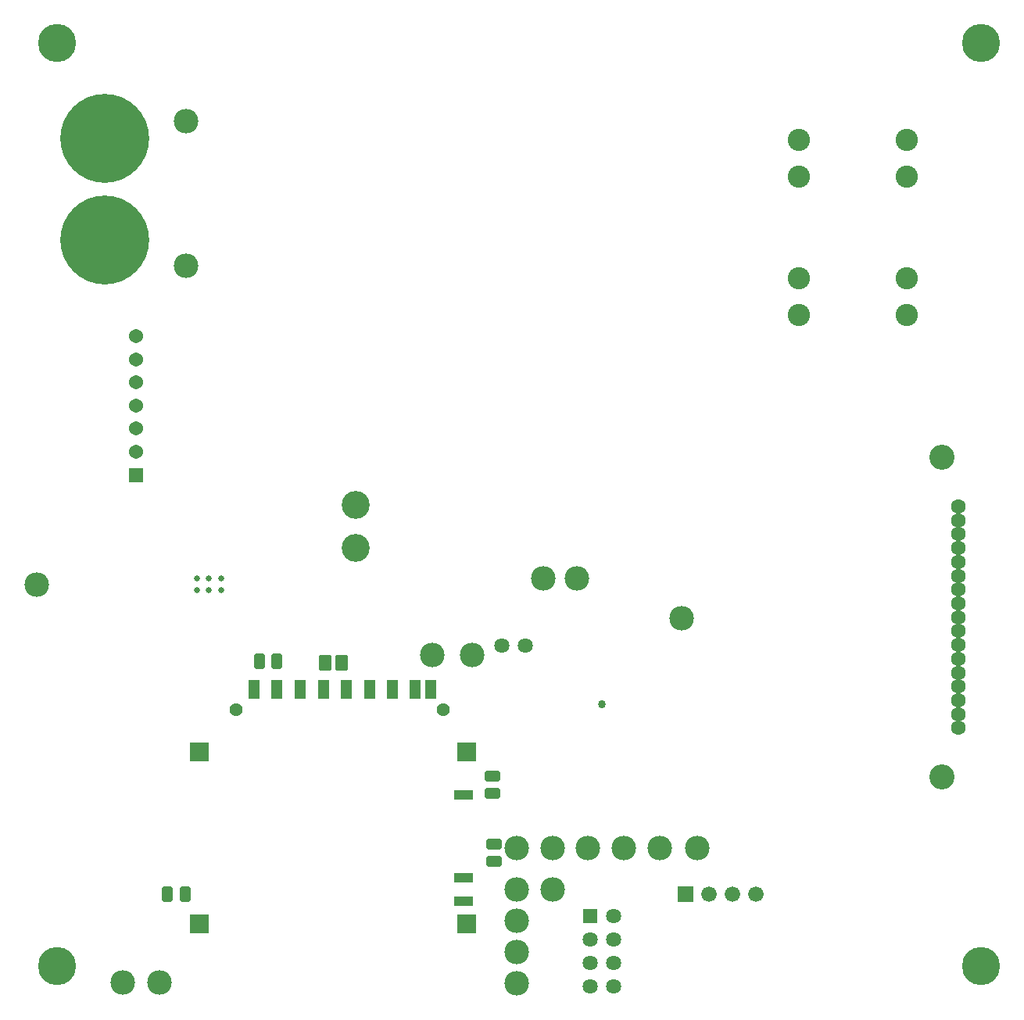
<source format=gbs>
G04*
G04 #@! TF.GenerationSoftware,Altium Limited,Altium Designer,20.0.14 (345)*
G04*
G04 Layer_Color=16711935*
%FSLAX25Y25*%
%MOIN*%
G70*
G01*
G75*
G04:AMPARAMS|DCode=67|XSize=46.34mil|YSize=64.06mil|CornerRadius=6.63mil|HoleSize=0mil|Usage=FLASHONLY|Rotation=180.000|XOffset=0mil|YOffset=0mil|HoleType=Round|Shape=RoundedRectangle|*
%AMROUNDEDRECTD67*
21,1,0.04634,0.05079,0,0,180.0*
21,1,0.03307,0.06406,0,0,180.0*
1,1,0.01327,-0.01654,0.02539*
1,1,0.01327,0.01654,0.02539*
1,1,0.01327,0.01654,-0.02539*
1,1,0.01327,-0.01654,-0.02539*
%
%ADD67ROUNDEDRECTD67*%
G04:AMPARAMS|DCode=69|XSize=46.34mil|YSize=64.06mil|CornerRadius=6.63mil|HoleSize=0mil|Usage=FLASHONLY|Rotation=90.000|XOffset=0mil|YOffset=0mil|HoleType=Round|Shape=RoundedRectangle|*
%AMROUNDEDRECTD69*
21,1,0.04634,0.05079,0,0,90.0*
21,1,0.03307,0.06406,0,0,90.0*
1,1,0.01327,0.02539,0.01654*
1,1,0.01327,0.02539,-0.01654*
1,1,0.01327,-0.02539,-0.01654*
1,1,0.01327,-0.02539,0.01654*
%
%ADD69ROUNDEDRECTD69*%
G04:AMPARAMS|DCode=76|XSize=54.21mil|YSize=67.99mil|CornerRadius=7.42mil|HoleSize=0mil|Usage=FLASHONLY|Rotation=180.000|XOffset=0mil|YOffset=0mil|HoleType=Round|Shape=RoundedRectangle|*
%AMROUNDEDRECTD76*
21,1,0.05421,0.05315,0,0,180.0*
21,1,0.03937,0.06799,0,0,180.0*
1,1,0.01484,-0.01968,0.02657*
1,1,0.01484,0.01968,0.02657*
1,1,0.01484,0.01968,-0.02657*
1,1,0.01484,-0.01968,-0.02657*
%
%ADD76ROUNDEDRECTD76*%
%ADD95C,0.03400*%
%ADD96C,0.11935*%
%ADD97C,0.10694*%
%ADD98C,0.06324*%
%ADD99C,0.06602*%
%ADD100R,0.06602X0.06602*%
%ADD101C,0.10500*%
%ADD102C,0.05618*%
%ADD103C,0.09500*%
%ADD104R,0.06043X0.06043*%
%ADD105C,0.06043*%
%ADD106C,0.06406*%
%ADD107C,0.16248*%
%ADD108R,0.06406X0.06406*%
%ADD109C,0.37902*%
%ADD110C,0.02480*%
%ADD135R,0.04831X0.08374*%
%ADD136R,0.08374X0.04437*%
%ADD137R,0.08374X0.08374*%
D67*
X54420Y30800D02*
D03*
X46900D02*
D03*
X93550Y129970D02*
D03*
X86030D02*
D03*
D69*
X186080Y44620D02*
D03*
Y52140D02*
D03*
X185550Y81180D02*
D03*
Y73660D02*
D03*
D76*
X121304Y129450D02*
D03*
X114256D02*
D03*
D95*
X232191Y111620D02*
D03*
D96*
X127265Y196697D02*
D03*
Y178587D02*
D03*
D97*
X377181Y216948D02*
D03*
Y80728D02*
D03*
D98*
X384268Y196082D02*
D03*
Y190177D02*
D03*
Y184271D02*
D03*
Y178366D02*
D03*
Y172460D02*
D03*
Y166555D02*
D03*
Y160649D02*
D03*
Y154744D02*
D03*
Y148838D02*
D03*
Y142933D02*
D03*
Y137027D02*
D03*
Y131122D02*
D03*
Y125216D02*
D03*
Y119311D02*
D03*
Y113405D02*
D03*
Y107500D02*
D03*
Y101594D02*
D03*
D99*
X297800Y30700D02*
D03*
X287800D02*
D03*
X277800D02*
D03*
D100*
X267800D02*
D03*
D101*
X195780Y19300D02*
D03*
X-8825Y162700D02*
D03*
X159990Y132800D02*
D03*
X43400Y-6800D02*
D03*
X27700D02*
D03*
X195700Y32600D02*
D03*
X211300D02*
D03*
X176700Y132800D02*
D03*
X221434Y165582D02*
D03*
X207334D02*
D03*
X55000Y298630D02*
D03*
X226297Y50300D02*
D03*
X241545D02*
D03*
X256794D02*
D03*
X273000D02*
D03*
X266210Y148390D02*
D03*
X55000Y360400D02*
D03*
X211048Y50300D02*
D03*
X195700Y-7300D02*
D03*
Y6000D02*
D03*
X195800Y50300D02*
D03*
D102*
X164443Y109310D02*
D03*
X76254D02*
D03*
D103*
X362217Y293393D02*
D03*
X316217Y336700D02*
D03*
Y293393D02*
D03*
Y277645D02*
D03*
X362217D02*
D03*
X316217Y352448D02*
D03*
X362217Y336700D02*
D03*
Y352448D02*
D03*
D104*
X33669Y209572D02*
D03*
D105*
Y219415D02*
D03*
Y229257D02*
D03*
Y239100D02*
D03*
Y248942D02*
D03*
Y258785D02*
D03*
Y268628D02*
D03*
D106*
X189540Y136670D02*
D03*
X199540D02*
D03*
X227200Y11400D02*
D03*
Y1400D02*
D03*
Y-8600D02*
D03*
X237200Y21400D02*
D03*
Y11400D02*
D03*
Y1400D02*
D03*
Y-8600D02*
D03*
D107*
X393701Y0D02*
D03*
Y393701D02*
D03*
X0D02*
D03*
Y0D02*
D03*
D108*
X227200Y21400D02*
D03*
D109*
X20100Y353200D02*
D03*
Y309893D02*
D03*
D110*
X59482Y160360D02*
D03*
X64600D02*
D03*
X69718D02*
D03*
X59482Y165478D02*
D03*
X64600D02*
D03*
X69718D02*
D03*
D135*
X93676Y117972D02*
D03*
X103518D02*
D03*
X113361D02*
D03*
X123203D02*
D03*
X133046D02*
D03*
X142888D02*
D03*
X152435D02*
D03*
X159128D02*
D03*
X83833D02*
D03*
D136*
X173105Y73090D02*
D03*
Y37854D02*
D03*
Y27617D02*
D03*
D137*
X174680Y91397D02*
D03*
X60506D02*
D03*
X174680Y17972D02*
D03*
X60506D02*
D03*
M02*

</source>
